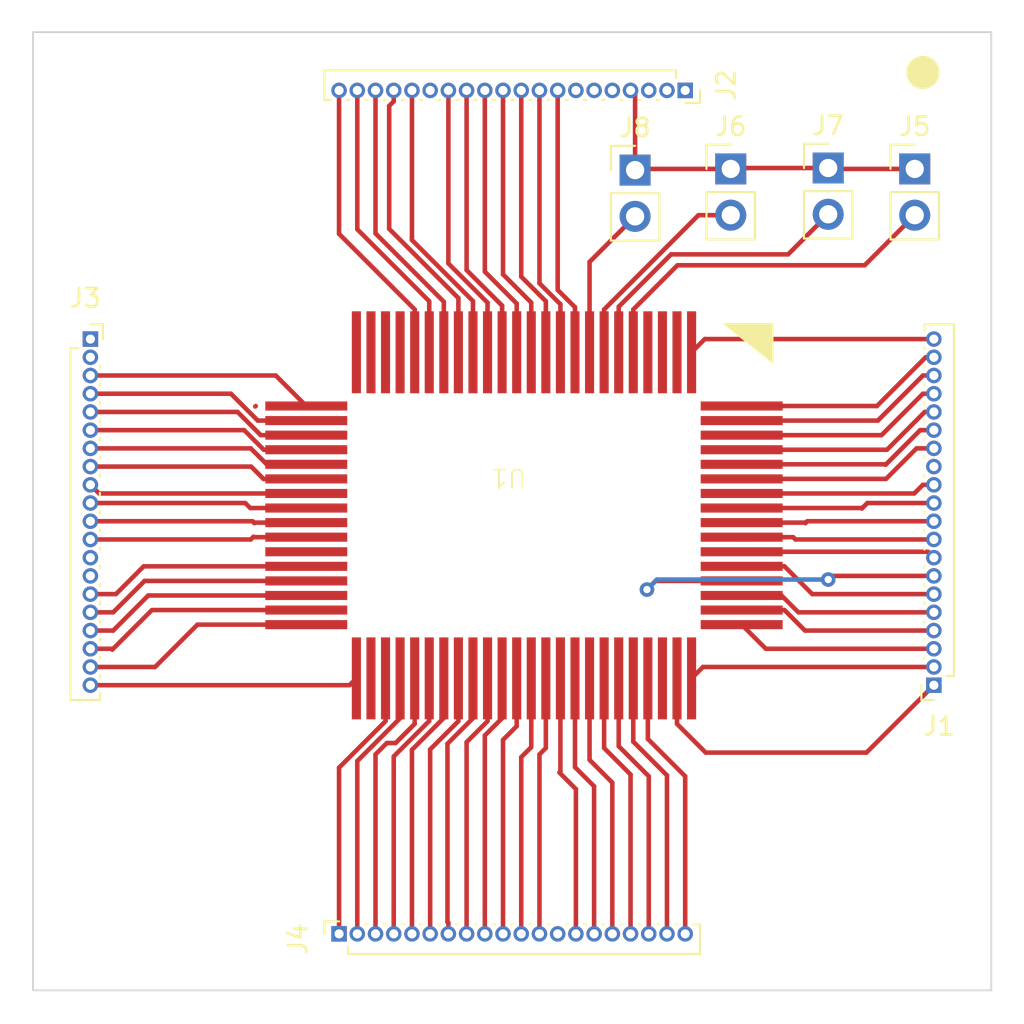
<source format=kicad_pcb>
(kicad_pcb (version 20221018) (generator pcbnew)
  (layers (0 "F.Cu" signal) (31 "B.Cu" signal) (34 "B.Paste" user) (35 "F.Paste" user) (36 "B.SilkS" user "B.Silkscreen") (37 "F.SilkS" user "F.Silkscreen") (38 "B.Mask" user) (39 "F.Mask" user) (44 "Edge.Cuts" user))
  (net 0 "")
  (net 1 "PMOS")
  (net 2 "NMOS")
  (net 3 "TX1_MUX0_SOC")
  (net 4 "RX1_MUX0_SOC")
  (net 5 "CLICK_RESET_SOC")
  (net 6 "PGM_FLASH_DATA1")
  (net 7 "PGM_FLASH_DATA2")
  (net 8 "PGM_FLASH_CS")
  (net 9 "GND")
  (net 10 "VDC")
  (net 11 "+1V8")
  (net 12 "PGM_FLASH_DATA3")
  (net 13 "PGM_FLASH_CLK")
  (net 14 "PGM_FLASH_DATA0")
  (net 15 "TX0_RXD")
  (net 16 "TX0_TXD")
  (net 17 "TX1_MUX1_SOC")
  (net 18 "RX1_MUX1_SOC")
  (net 23 "SCLK0_SOC")
  (net 24 "MISO0_SOC")
  (net 25 "MOSI0_SOC")
  (net 26 "USER_LED_SOC")
  (net 27 "BOOTSEL")
  (net 28 "CLICK_IRQ_SOC")
  (net 29 "TEST_MODE")
  (net 30 "CLICK_PWM_SOC")
  (net 31 "NB")
  (net 32 "PB")
  (net 33 "TMS")
  (net 34 "TCK")
  (net 35 "TDO")
  (net 36 "TDI")
  (net 37 "TRST")
  (net 38 "10MHZ_CLOCK_SOC")
  (net 39 "POWER_DETECT")
  (net 40 "RESET_SOC")
  (net 41 "USER_BUTTON")
  (net 42 "EL_WAKE_SOC")
  (net 43 "EL_EVENT_SOC")
  (net 44 "CAMERA_HSYNC")
  (net 45 "CAMERA_VSYNC")
  (net 46 "SCL0_SOC")
  (net 47 "SDA0_SOC")
  (net 48 "CAMERA_D5")
  (net 49 "CAMERA_D6")
  (net 50 "CAMERA_PCLK")
  (net 51 "CAMERA_D0")
  (net 52 "CAMERA_D7")
  (net 53 "CAMERA_D4")
  (net 54 "CAMERA_D2")
  (net 55 "CAMERA_MCLK")
  (net 56 "CAMERA_D3")
  (net 57 "CAMERA_D1")
  (net 58 "FPGA_LED0")
  (net 59 "EL_RESET_SOC")
  (net 60 "CS0_SOC")
  (net 61 "PLL1")
  (net 62 "PLL3")
  (net 63 "PLL2")
  (net 64 "PLL4")
  (footprint "Connector_PinSocket_1.00mm:PinSocket_1x20_P1.00mm_Vertical" (layer "F.Cu") (at 173.9 89.95 -90)
    (fp_text reference "J2" (at -0.29 -2.25 90) (layer "F.SilkS"))
    (fp_text value "Conn_01x20")
    (pad "1" thru_hole rect (at 0 0 270) (size 0.85 0.85) (drill 0.5) (layers "*.Cu" "*.Mask"))
    (pad "2" thru_hole oval (at 0 1 270) (size 0.85 0.85) (drill 0.5) (layers "*.Cu" "*.Mask"))
    (pad "3" thru_hole oval (at 0 2 270) (size 0.85 0.85) (drill 0.5) (layers "*.Cu" "*.Mask") (net 10 "VDC"))
    (pad "4" thru_hole oval (at 0 3 270) (size 0.85 0.85) (drill 0.5) (layers "*.Cu" "*.Mask") (net 9 "GND"))
    (pad "5" thru_hole oval (at 0 4 270) (size 0.85 0.85) (drill 0.5) (layers "*.Cu" "*.Mask") (net 11 "+1V8"))
    (pad "6" thru_hole oval (at 0 5 270) (size 0.85 0.85) (drill 0.5) (layers "*.Cu" "*.Mask"))
    (pad "7" thru_hole oval (at 0 6 270) (size 0.85 0.85) (drill 0.5) (layers "*.Cu" "*.Mask"))
    (pad "8" thru_hole oval (at 0 7 270) (size 0.85 0.85) (drill 0.5) (layers "*.Cu" "*.Mask") (net 23 "SCLK0_SOC"))
    (pad "9" thru_hole oval (at 0 8 270) (size 0.85 0.85) (drill 0.5) (layers "*.Cu" "*.Mask") (net 24 "MISO0_SOC"))
    (pad "10" thru_hole oval (at 0 9 270) (size 0.85 0.85) (drill 0.5) (layers "*.Cu" "*.Mask") (net 25 "MOSI0_SOC"))
    (pad "11" thru_hole oval (at 0 10 270) (size 0.85 0.85) (drill 0.5) (layers "*.Cu" "*.Mask") (net 9 "GND"))
    (pad "12" thru_hole oval (at 0 11 270) (size 0.85 0.85) (drill 0.5) (layers "*.Cu" "*.Mask") (net 9 "GND"))
    (pad "13" thru_hole oval (at 0 12 270) (size 0.85 0.85) (drill 0.5) (layers "*.Cu" "*.Mask") (net 10 "VDC"))
    (pad "14" thru_hole oval (at 0 13 270) (size 0.85 0.85) (drill 0.5) (layers "*.Cu" "*.Mask") (net 11 "+1V8"))
    (pad "15" thru_hole oval (at 0 14 270) (size 0.85 0.85) (drill 0.5) (layers "*.Cu" "*.Mask") (net 10 "VDC"))
    (pad "16" thru_hole oval (at 0 15 270) (size 0.85 0.85) (drill 0.5) (layers "*.Cu" "*.Mask") (net 26 "USER_LED_SOC"))
    (pad "17" thru_hole oval (at 0 16 270) (size 0.85 0.85) (drill 0.5) (layers "*.Cu" "*.Mask") (net 27 "BOOTSEL"))
    (pad "18" thru_hole oval (at 0 17 270) (size 0.85 0.85) (drill 0.5) (layers "*.Cu" "*.Mask") (net 28 "CLICK_IRQ_SOC"))
    (pad "19" thru_hole oval (at 0 18 270) (size 0.85 0.85) (drill 0.5) (layers "*.Cu" "*.Mask") (net 29 "TEST_MODE"))
    (pad "20" thru_hole oval (at 0 19 270) (size 0.85 0.85) (drill 0.5) (layers "*.Cu" "*.Mask") (net 30 "CLICK_PWM_SOC"))
  )
  (footprint "Connector_PinHeader_2.54mm:PinHeader_1x02_P2.54mm_Vertical" (layer "F.Cu") (at 171.15 94.325)
    (fp_text reference "J8" (at 0 -2.33) (layer "F.SilkS"))
    (fp_text value "Conn_01x02")
    (pad "1" thru_hole rect (at 0 0) (size 1.7 1.7) (drill 1) (layers "*.Cu" "*.Mask") (net 9 "GND"))
    (pad "2" thru_hole oval (at 0 2.54) (size 1.7 1.7) (drill 1) (layers "*.Cu" "*.Mask") (net 64 "PLL4"))
  )
  (footprint "CQFP80:80CQFP" (layer "F.Cu") (at 174.5 102.075 180)
    (fp_text reference "U1" (at 10.3 -9.15 180 unlocked) (layer "F.SilkS") (effects (font (thickness 0.1))))
    (fp_text value "~")
    (pad "1" smd rect (at 0.25 -2.25 180) (size 0.5 4.5) (layers "F.Cu" "F.Paste" "F.Mask") (net 18 "RX1_MUX1_SOC"))
    (pad "2" smd rect (at 1.05 -2.25 180) (size 0.5 4.5) (layers "F.Cu" "F.Paste" "F.Mask"))
    (pad "3" smd rect (at 1.85 -2.25 180) (size 0.5 4.5) (layers "F.Cu" "F.Paste" "F.Mask"))
    (pad "4" smd rect (at 2.65 -2.25 180) (size 0.5 4.5) (layers "F.Cu" "F.Paste" "F.Mask"))
    (pad "5" smd rect (at 3.45 -2.25 180) (size 0.5 4.5) (layers "F.Cu" "F.Paste" "F.Mask") (net 61 "PLL1"))
    (pad "6" smd rect (at 4.25 -2.25 180) (size 0.5 4.5) (layers "F.Cu" "F.Paste" "F.Mask") (net 63 "PLL2"))
    (pad "7" smd rect (at 5.05 -2.25 180) (size 0.5 4.5) (layers "F.Cu" "F.Paste" "F.Mask") (net 62 "PLL3"))
    (pad "8" smd rect (at 5.85 -2.25 180) (size 0.5 4.5) (layers "F.Cu" "F.Paste" "F.Mask") (net 64 "PLL4"))
    (pad "9" smd rect (at 6.65 -2.25 180) (size 0.5 4.5) (layers "F.Cu" "F.Paste" "F.Mask") (net 23 "SCLK0_SOC"))
    (pad "10" smd rect (at 7.45 -2.25 180) (size 0.5 4.5) (layers "F.Cu" "F.Paste" "F.Mask") (net 24 "MISO0_SOC"))
    (pad "11" smd rect (at 8.25 -2.25 180) (size 0.5 4.5) (layers "F.Cu" "F.Paste" "F.Mask") (net 25 "MOSI0_SOC"))
    (pad "12" smd rect (at 9.05 -2.25 180) (size 0.5 4.5) (layers "F.Cu" "F.Paste" "F.Mask") (net 9 "GND"))
    (pad "13" smd rect (at 9.85 -2.25 180) (size 0.5 4.5) (layers "F.Cu" "F.Paste" "F.Mask") (net 9 "GND"))
    (pad "14" smd rect (at 10.65 -2.25 180) (size 0.5 4.5) (layers "F.Cu" "F.Paste" "F.Mask") (net 10 "VDC"))
    (pad "15" smd rect (at 11.45 -2.25 180) (size 0.5 4.5) (layers "F.Cu" "F.Paste" "F.Mask") (net 11 "+1V8"))
    (pad "16" smd rect (at 12.25 -2.25 180) (size 0.5 4.5) (layers "F.Cu" "F.Paste" "F.Mask") (net 26 "USER_LED_SOC"))
    (pad "17" smd rect (at 13.05 -2.25 180) (size 0.5 4.5) (layers "F.Cu" "F.Paste" "F.Mask") (net 27 "BOOTSEL"))
    (pad "18" smd rect (at 13.85 -2.25 180) (size 0.5 4.5) (layers "F.Cu" "F.Paste" "F.Mask") (net 28 "CLICK_IRQ_SOC"))
    (pad "19" smd rect (at 14.65 -2.25 180) (size 0.5 4.5) (layers "F.Cu" "F.Paste" "F.Mask") (net 29 "TEST_MODE"))
    (pad "20" smd rect (at 15.45 -2.25 180) (size 0.5 4.5) (layers "F.Cu" "F.Paste" "F.Mask") (net 30 "CLICK_PWM_SOC"))
    (pad "21" smd rect (at 16.25 -2.25 180) (size 0.5 4.5) (layers "F.Cu" "F.Paste" "F.Mask"))
    (pad "22" smd rect (at 17.05 -2.25 180) (size 0.5 4.5) (layers "F.Cu" "F.Paste" "F.Mask"))
    (pad "23" smd rect (at 17.85 -2.25 180) (size 0.5 4.5) (layers "F.Cu" "F.Paste" "F.Mask"))
    (pad "24" smd rect (at 18.65 -2.25 180) (size 0.5 4.5) (layers "F.Cu" "F.Paste" "F.Mask"))
    (pad "25" smd rect (at 21.4 -5.2 180) (size 4.5 0.5) (layers "F.Cu" "F.Paste" "F.Mask") (net 33 "TMS"))
    (pad "26" smd rect (at 21.4 -6 180) (size 4.5 0.5) (layers "F.Cu" "F.Paste" "F.Mask") (net 34 "TCK"))
    (pad "27" smd rect (at 21.4 -6.8 180) (size 4.5 0.5) (layers "F.Cu" "F.Paste" "F.Mask") (net 35 "TDO"))
    (pad "28" smd rect (at 21.4 -7.6 180) (size 4.5 0.5) (layers "F.Cu" "F.Paste" "F.Mask") (net 36 "TDI"))
    (pad "29" smd rect (at 21.4 -8.4 180) (size 4.5 0.5) (layers "F.Cu" "F.Paste" "F.Mask") (net 37 "TRST"))
    (pad "30" smd rect (at 21.4 -9.2 180) (size 4.5 0.5) (layers "F.Cu" "F.Paste" "F.Mask") (net 38 "10MHZ_CLOCK_SOC"))
    (pad "31" smd rect (at 21.4 -10 180) (size 4.5 0.5) (layers "F.Cu" "F.Paste" "F.Mask") (net 9 "GND"))
    (pad "32" smd rect (at 21.4 -10.8 180) (size 4.5 0.5) (layers "F.Cu" "F.Paste" "F.Mask") (net 9 "GND"))
    (pad "33" smd rect (at 21.4 -11.6 180) (size 4.5 0.5) (layers "F.Cu" "F.Paste" "F.Mask") (net 10 "VDC"))
    (pad "34" smd rect (at 21.4 -12.4 180) (size 4.5 0.5) (layers "F.Cu" "F.Paste" "F.Mask") (net 11 "+1V8"))
    (pad "35" smd rect (at 21.4 -13.2 180) (size 4.5 0.5) (layers "F.Cu" "F.Paste" "F.Mask"))
    (pad "36" smd rect (at 21.4 -14 180) (size 4.5 0.5) (layers "F.Cu" "F.Paste" "F.Mask") (net 40 "RESET_SOC"))
    (pad "37" smd rect (at 21.4 -14.8 180) (size 4.5 0.5) (layers "F.Cu" "F.Paste" "F.Mask") (net 41 "USER_BUTTON"))
    (pad "38" smd rect (at 21.4 -15.6 180) (size 4.5 0.5) (layers "F.Cu" "F.Paste" "F.Mask") (net 42 "EL_WAKE_SOC"))
    (pad "39" smd rect (at 21.4 -16.4 180) (size 4.5 0.5) (layers "F.Cu" "F.Paste" "F.Mask") (net 43 "EL_EVENT_SOC"))
    (pad "40" smd rect (at 21.4 -17.2 180) (size 4.5 0.5) (layers "F.Cu" "F.Paste" "F.Mask") (net 44 "CAMERA_HSYNC"))
    (pad "41" smd rect (at 18.65 -20.15 180) (size 0.5 4.5) (layers "F.Cu" "F.Paste" "F.Mask") (net 45 "CAMERA_VSYNC"))
    (pad "42" smd rect (at 17.85 -20.15 180) (size 0.5 4.5) (layers "F.Cu" "F.Paste" "F.Mask"))
    (pad "43" smd rect (at 17.05 -20.15 180) (size 0.5 4.5) (layers "F.Cu" "F.Paste" "F.Mask") (net 46 "SCL0_SOC"))
    (pad "44" smd rect (at 16.25 -20.15 180) (size 0.5 4.5) (layers "F.Cu" "F.Paste" "F.Mask") (net 47 "SDA0_SOC"))
    (pad "45" smd rect (at 15.45 -20.15 180) (size 0.5 4.5) (layers "F.Cu" "F.Paste" "F.Mask") (net 48 "CAMERA_D5"))
    (pad "46" smd rect (at 14.65 -20.15 180) (size 0.5 4.5) (layers "F.Cu" "F.Paste" "F.Mask") (net 49 "CAMERA_D6"))
    (pad "47" smd rect (at 13.85 -20.15 180) (size 0.5 4.5) (layers "F.Cu" "F.Paste" "F.Mask") (net 50 "CAMERA_PCLK"))
    (pad "48" smd rect (at 13.05 -20.15 180) (size 0.5 4.5) (layers "F.Cu" "F.Paste" "F.Mask") (net 51 "CAMERA_D0"))
    (pad "49" smd rect (at 12.25 -20.15 180) (size 0.5 4.5) (layers "F.Cu" "F.Paste" "F.Mask") (net 52 "CAMERA_D7"))
    (pad "50" smd rect (at 11.45 -20.15 180) (size 0.5 4.5) (layers "F.Cu" "F.Paste" "F.Mask") (net 53 "CAMERA_D4"))
    (pad "51" smd rect (at 10.65 -20.15 180) (size 0.5 4.5) (layers "F.Cu" "F.Paste" "F.Mask") (net 9 "GND"))
    (pad "52" smd rect (at 9.85 -20.15 180) (size 0.5 4.5) (layers "F.Cu" "F.Paste" "F.Mask") (net 9 "GND"))
    (pad "53" smd rect (at 9.05 -20.15 180) (size 0.5 4.5) (layers "F.Cu" "F.Paste" "F.Mask") (net 10 "VDC"))
    (pad "54" smd rect (at 8.25 -20.15 180) (size 0.5 4.5) (layers "F.Cu" "F.Paste" "F.Mask") (net 11 "+1V8"))
    (pad "55" smd rect (at 7.45 -20.15 180) (size 0.5 4.5) (layers "F.Cu" "F.Paste" "F.Mask") (net 54 "CAMERA_D2"))
    (pad "56" smd rect (at 6.65 -20.15 180) (size 0.5 4.5) (layers "F.Cu" "F.Paste" "F.Mask") (net 55 "CAMERA_MCLK"))
    (pad "57" smd rect (at 5.85 -20.15 180) (size 0.5 4.5) (layers "F.Cu" "F.Paste" "F.Mask") (net 56 "CAMERA_D3"))
    (pad "58" smd rect (at 5.05 -20.15 180) (size 0.5 4.5) (layers "F.Cu" "F.Paste" "F.Mask") (net 57 "CAMERA_D1"))
    (pad "59" smd rect (at 4.25 -20.15 180) (size 0.5 4.5) (layers "F.Cu" "F.Paste" "F.Mask") (net 58 "FPGA_LED0"))
    (pad "60" smd rect (at 3.45 -20.15 180) (size 0.5 4.5) (layers "F.Cu" "F.Paste" "F.Mask") (net 59 "EL_RESET_SOC"))
    (pad "61" smd rect (at 2.65 -20.15 180) (size 0.5 4.5) (layers "F.Cu" "F.Paste" "F.Mask") (net 60 "CS0_SOC"))
    (pad "62" smd rect (at 1.85 -20.15 180) (size 0.5 4.5) (layers "F.Cu" "F.Paste" "F.Mask"))
    (pad "63" smd rect (at 1.05 -20.15 180) (size 0.5 4.5) (layers "F.Cu" "F.Paste" "F.Mask") (net 1 "PMOS"))
    (pad "64" smd rect (at 0.25 -20.15 180) (size 0.5 4.5) (layers "F.Cu" "F.Paste" "F.Mask") (net 2 "NMOS"))
    (pad "65" smd rect (at -2.5 -17.2 180) (size 4.5 0.5) (layers "F.Cu" "F.Paste" "F.Mask") (net 3 "TX1_MUX0_SOC"))
    (pad "66" smd rect (at -2.5 -16.4 180) (size 4.5 0.5) (layers "F.Cu" "F.Paste" "F.Mask") (net 4 "RX1_MUX0_SOC"))
    (pad "67" smd rect (at -2.5 -15.6 180) (size 4.5 0.5) (layers "F.Cu" "F.Paste" "F.Mask") (net 5 "CLICK_RESET_SOC"))
    (pad "68" smd rect (at -2.5 -14.8 180) (size 4.5 0.5) (layers "F.Cu" "F.Paste" "F.Mask") (net 7 "PGM_FLASH_DATA2"))
    (pad "69" smd rect (at -2.5 -14 180) (size 4.5 0.5) (layers "F.Cu" "F.Paste" "F.Mask") (net 6 "PGM_FLASH_DATA1"))
    (pad "70" smd rect (at -2.5 -13.2 180) (size 4.5 0.5) (layers "F.Cu" "F.Paste" "F.Mask") (net 8 "PGM_FLASH_CS"))
    (pad "71" smd rect (at -2.5 -12.4 180) (size 4.5 0.5) (layers "F.Cu" "F.Paste" "F.Mask") (net 9 "GND"))
    (pad "72" smd rect (at -2.5 -11.6 180) (size 4.5 0.5) (layers "F.Cu" "F.Paste" "F.Mask") (net 9 "GND"))
    (pad "73" smd rect (at -2.5 -10.8 180) (size 4.5 0.5) (layers "F.Cu" "F.Paste" "F.Mask") (net 10 "VDC"))
    (pad "74" smd rect (at -2.5 -10 180) (size 4.5 0.5) (layers "F.Cu" "F.Paste" "F.Mask") (net 11 "+1V8"))
    (pad "75" smd rect (at -2.5 -9.2 180) (size 4.5 0.5) (layers "F.Cu" "F.Paste" "F.Mask") (net 12 "PGM_FLASH_DATA3"))
    (pad "76" smd rect (at -2.5 -8.4 180) (size 4.5 0.5) (layers "F.Cu" "F.Paste" "F.Mask") (net 13 "PGM_FLASH_CLK"))
    (pad "77" smd rect (at -2.5 -7.6 180) (size 4.5 0.5) (layers "F.Cu" "F.Paste" "F.Mask") (net 14 "PGM_FLASH_DATA0"))
    (pad "78" smd rect (at -2.5 -6.8 180) (size 4.5 0.5) (layers "F.Cu" "F.Paste" "F.Mask") (net 15 "TX0_RXD"))
    (pad "79" smd rect (at -2.5 -6 180) (size 4.5 0.5) (layers "F.Cu" "F.Paste" "F.Mask") (net 16 "TX0_TXD"))
    (pad "80" smd rect (at -2.5 -5.2 180) (size 4.5 0.5) (layers "F.Cu" "F.Paste" "F.Mask") (net 17 "TX1_MUX1_SOC"))
  )
  (footprint "Connector_PinHeader_2.54mm:PinHeader_1x02_P2.54mm_Vertical" (layer "F.Cu") (at 176.4 94.26)
    (fp_text reference "J6" (at 0 -2.33) (layer "F.SilkS"))
    (fp_text value "Conn_01x02")
    (pad "1" thru_hole rect (at 0 0) (size 1.7 1.7) (drill 1) (layers "*.Cu" "*.Mask") (net 9 "GND"))
    (pad "2" thru_hole oval (at 0 2.54) (size 1.7 1.7) (drill 1) (layers "*.Cu" "*.Mask") (net 62 "PLL3"))
  )
  (footprint "Connector_PinSocket_1.00mm:PinSocket_1x20_P1.00mm_Vertical" (layer "F.Cu") (at 154.9 136.25 90)
    (fp_text reference "J4" (at -0.29 -2.25 90) (layer "F.SilkS"))
    (fp_text value "Conn_01x20")
    (pad "1" thru_hole rect (at 0 0 90) (size 0.85 0.85) (drill 0.5) (layers "*.Cu" "*.Mask") (net 46 "SCL0_SOC"))
    (pad "2" thru_hole oval (at 0 1 90) (size 0.85 0.85) (drill 0.5) (layers "*.Cu" "*.Mask") (net 47 "SDA0_SOC"))
    (pad "3" thru_hole oval (at 0 2 90) (size 0.85 0.85) (drill 0.5) (layers "*.Cu" "*.Mask") (net 48 "CAMERA_D5"))
    (pad "4" thru_hole oval (at 0 3 90) (size 0.85 0.85) (drill 0.5) (layers "*.Cu" "*.Mask") (net 49 "CAMERA_D6"))
    (pad "5" thru_hole oval (at 0 4 90) (size 0.85 0.85) (drill 0.5) (layers "*.Cu" "*.Mask") (net 50 "CAMERA_PCLK"))
    (pad "6" thru_hole oval (at 0 5 90) (size 0.85 0.85) (drill 0.5) (layers "*.Cu" "*.Mask") (net 51 "CAMERA_D0"))
    (pad "7" thru_hole oval (at 0 6 90) (size 0.85 0.85) (drill 0.5) (layers "*.Cu" "*.Mask") (net 52 "CAMERA_D7"))
    (pad "8" thru_hole oval (at 0 7 90) (size 0.85 0.85) (drill 0.5) (layers "*.Cu" "*.Mask") (net 53 "CAMERA_D4"))
    (pad "9" thru_hole oval (at 0 8 90) (size 0.85 0.85) (drill 0.5) (layers "*.Cu" "*.Mask") (net 9 "GND"))
    (pad "10" thru_hole oval (at 0 9 90) (size 0.85 0.85) (drill 0.5) (layers "*.Cu" "*.Mask") (net 9 "GND"))
    (pad "11" thru_hole oval (at 0 10 90) (size 0.85 0.85) (drill 0.5) (layers "*.Cu" "*.Mask") (net 10 "VDC"))
    (pad "12" thru_hole oval (at 0 11 90) (size 0.85 0.85) (drill 0.5) (layers "*.Cu" "*.Mask") (net 11 "+1V8"))
    (pad "13" thru_hole oval (at 0 12 90) (size 0.85 0.85) (drill 0.5) (layers "*.Cu" "*.Mask") (net 10 "VDC"))
    (pad "14" thru_hole oval (at 0 13 90) (size 0.85 0.85) (drill 0.5) (layers "*.Cu" "*.Mask") (net 54 "CAMERA_D2"))
    (pad "15" thru_hole oval (at 0 14 90) (size 0.85 0.85) (drill 0.5) (layers "*.Cu" "*.Mask") (net 55 "CAMERA_MCLK"))
    (pad "16" thru_hole oval (at 0 15 90) (size 0.85 0.85) (drill 0.5) (layers "*.Cu" "*.Mask") (net 56 "CAMERA_D3"))
    (pad "17" thru_hole oval (at 0 16 90) (size 0.85 0.85) (drill 0.5) (layers "*.Cu" "*.Mask") (net 57 "CAMERA_D1"))
    (pad "18" thru_hole oval (at 0 17 90) (size 0.85 0.85) (drill 0.5) (layers "*.Cu" "*.Mask") (net 58 "FPGA_LED0"))
    (pad "19" thru_hole oval (at 0 18 90) (size 0.85 0.85) (drill 0.5) (layers "*.Cu" "*.Mask") (net 59 "EL_RESET_SOC"))
    (pad "20" thru_hole oval (at 0 19 90) (size 0.85 0.85) (drill 0.5) (layers "*.Cu" "*.Mask") (net 60 "CS0_SOC"))
  )
  (footprint "Connector_PinSocket_1.00mm:PinSocket_1x20_P1.00mm_Vertical" (layer "F.Cu") (at 187.55 122.6 180)
    (fp_text reference "J1" (at -0.29 -2.25) (layer "F.SilkS"))
    (fp_text value "Conn_01x20")
    (pad "1" thru_hole rect (at 0 0 180) (size 0.85 0.85) (drill 0.5) (layers "*.Cu" "*.Mask") (net 1 "PMOS"))
    (pad "2" thru_hole oval (at 0 1 180) (size 0.85 0.85) (drill 0.5) (layers "*.Cu" "*.Mask") (net 2 "NMOS"))
    (pad "3" thru_hole oval (at 0 2 180) (size 0.85 0.85) (drill 0.5) (layers "*.Cu" "*.Mask") (net 3 "TX1_MUX0_SOC"))
    (pad "4" thru_hole oval (at 0 3 180) (size 0.85 0.85) (drill 0.5) (layers "*.Cu" "*.Mask") (net 4 "RX1_MUX0_SOC"))
    (pad "5" thru_hole oval (at 0 4 180) (size 0.85 0.85) (drill 0.5) (layers "*.Cu" "*.Mask") (net 5 "CLICK_RESET_SOC"))
    (pad "6" thru_hole oval (at 0 5 180) (size 0.85 0.85) (drill 0.5) (layers "*.Cu" "*.Mask") (net 6 "PGM_FLASH_DATA1"))
    (pad "7" thru_hole oval (at 0 6 180) (size 0.85 0.85) (drill 0.5) (layers "*.Cu" "*.Mask") (net 7 "PGM_FLASH_DATA2"))
    (pad "8" thru_hole oval (at 0 7 180) (size 0.85 0.85) (drill 0.5) (layers "*.Cu" "*.Mask") (net 8 "PGM_FLASH_CS"))
    (pad "9" thru_hole oval (at 0 8 180) (size 0.85 0.85) (drill 0.5) (layers "*.Cu" "*.Mask") (net 9 "GND"))
    (pad "10" thru_hole oval (at 0 9 180) (size 0.85 0.85) (drill 0.5) (layers "*.Cu" "*.Mask") (net 9 "GND"))
    (pad "11" thru_hole oval (at 0 10 180) (size 0.85 0.85) (drill 0.5) (layers "*.Cu" "*.Mask") (net 10 "VDC"))
    (pad "12" thru_hole oval (at 0 11 180) (size 0.85 0.85) (drill 0.5) (layers "*.Cu" "*.Mask") (net 11 "+1V8"))
    (pad "13" thru_hole oval (at 0 12 180) (size 0.85 0.85) (drill 0.5) (layers "*.Cu" "*.Mask") (net 10 "VDC"))
    (pad "14" thru_hole oval (at 0 13 180) (size 0.85 0.85) (drill 0.5) (layers "*.Cu" "*.Mask") (net 12 "PGM_FLASH_DATA3"))
    (pad "15" thru_hole oval (at 0 14 180) (size 0.85 0.85) (drill 0.5) (layers "*.Cu" "*.Mask") (net 13 "PGM_FLASH_CLK"))
    (pad "16" thru_hole oval (at 0 15 180) (size 0.85 0.85) (drill 0.5) (layers "*.Cu" "*.Mask") (net 14 "PGM_FLASH_DATA0"))
    (pad "17" thru_hole oval (at 0 16 180) (size 0.85 0.85) (drill 0.5) (layers "*.Cu" "*.Mask") (net 15 "TX0_RXD"))
    (pad "18" thru_hole oval (at 0 17 180) (size 0.85 0.85) (drill 0.5) (layers "*.Cu" "*.Mask") (net 16 "TX0_TXD"))
    (pad "19" thru_hole oval (at 0 18 180) (size 0.85 0.85) (drill 0.5) (layers "*.Cu" "*.Mask") (net 17 "TX1_MUX1_SOC"))
    (pad "20" thru_hole oval (at 0 19 180) (size 0.85 0.85) (drill 0.5) (layers "*.Cu" "*.Mask") (net 18 "RX1_MUX1_SOC"))
  )
  (footprint "Connector_PinHeader_2.54mm:PinHeader_1x02_P2.54mm_Vertical" (layer "F.Cu") (at 186.5 94.26)
    (fp_text reference "J5" (at 0 -2.33) (layer "F.SilkS"))
    (fp_text value "Conn_01x02")
    (pad "1" thru_hole rect (at 0 0) (size 1.7 1.7) (drill 1) (layers "*.Cu" "*.Mask") (net 9 "GND"))
    (pad "2" thru_hole oval (at 0 2.54) (size 1.7 1.7) (drill 1) (layers "*.Cu" "*.Mask") (net 61 "PLL1"))
  )
  (footprint "Connector_PinHeader_2.54mm:PinHeader_1x02_P2.54mm_Vertical" (layer "F.Cu") (at 181.75 94.21)
    (fp_text reference "J7" (at 0 -2.33) (layer "F.SilkS"))
    (fp_text value "Conn_01x02")
    (pad "1" thru_hole rect (at 0 0) (size 1.7 1.7) (drill 1) (layers "*.Cu" "*.Mask") (net 9 "GND"))
    (pad "2" thru_hole oval (at 0 2.54) (size 1.7 1.7) (drill 1) (layers "*.Cu" "*.Mask") (net 63 "PLL2"))
  )
  (footprint "Connector_PinSocket_1.00mm:PinSocket_1x20_P1.00mm_Vertical" (layer "F.Cu") (at 141.25 103.6)
    (fp_text reference "J3" (at -0.29 -2.25) (layer "F.SilkS"))
    (fp_text value "Conn_01x20")
    (pad "1" thru_hole rect (at 0 0) (size 0.85 0.85) (drill 0.5) (layers "*.Cu" "*.Mask") (net 31 "NB"))
    (pad "2" thru_hole oval (at 0 1) (size 0.85 0.85) (drill 0.5) (layers "*.Cu" "*.Mask") (net 32 "PB"))
    (pad "3" thru_hole oval (at 0 2) (size 0.85 0.85) (drill 0.5) (layers "*.Cu" "*.Mask") (net 33 "TMS"))
    (pad "4" thru_hole oval (at 0 3) (size 0.85 0.85) (drill 0.5) (layers "*.Cu" "*.Mask") (net 34 "TCK"))
    (pad "5" thru_hole oval (at 0 4) (size 0.85 0.85) (drill 0.5) (layers "*.Cu" "*.Mask") (net 35 "TDO"))
    (pad "6" thru_hole oval (at 0 5) (size 0.85 0.85) (drill 0.5) (layers "*.Cu" "*.Mask") (net 36 "TDI"))
    (pad "7" thru_hole oval (at 0 6) (size 0.85 0.85) (drill 0.5) (layers "*.Cu" "*.Mask") (net 37 "TRST"))
    (pad "8" thru_hole oval (at 0 7) (size 0.85 0.85) (drill 0.5) (layers "*.Cu" "*.Mask") (net 38 "10MHZ_CLOCK_SOC"))
    (pad "9" thru_hole oval (at 0 8) (size 0.85 0.85) (drill 0.5) (layers "*.Cu" "*.Mask") (net 9 "GND"))
    (pad "10" thru_hole oval (at 0 9) (size 0.85 0.85) (drill 0.5) (layers "*.Cu" "*.Mask") (net 9 "GND"))
    (pad "11" thru_hole oval (at 0 10) (size 0.85 0.85) (drill 0.5) (layers "*.Cu" "*.Mask") (net 10 "VDC"))
    (pad "12" thru_hole oval (at 0 11) (size 0.85 0.85) (drill 0.5) (layers "*.Cu" "*.Mask") (net 11 "+1V8"))
    (pad "13" thru_hole oval (at 0 12) (size 0.85 0.85) (drill 0.5) (layers "*.Cu" "*.Mask") (net 10 "VDC"))
    (pad "14" thru_hole oval (at 0 13) (size 0.85 0.85) (drill 0.5) (layers "*.Cu" "*.Mask") (net 39 "POWER_DETECT"))
    (pad "15" thru_hole oval (at 0 14) (size 0.85 0.85) (drill 0.5) (layers "*.Cu" "*.Mask") (net 40 "RESET_SOC"))
    (pad "16" thru_hole oval (at 0 15) (size 0.85 0.85) (drill 0.5) (layers "*.Cu" "*.Mask") (net 41 "USER_BUTTON"))
    (pad "17" thru_hole oval (at 0 16) (size 0.85 0.85) (drill 0.5) (layers "*.Cu" "*.Mask") (net 42 "EL_WAKE_SOC"))
    (pad "18" thru_hole oval (at 0 17) (size 0.85 0.85) (drill 0.5) (layers "*.Cu" "*.Mask") (net 43 "EL_EVENT_SOC"))
    (pad "19" thru_hole oval (at 0 18) (size 0.85 0.85) (drill 0.5) (layers "*.Cu" "*.Mask") (net 44 "CAMERA_HSYNC"))
    (pad "20" thru_hole oval (at 0 19) (size 0.85 0.85) (drill 0.5) (layers "*.Cu" "*.Mask") (net 45 "CAMERA_VSYNC"))
  )
  (gr_circle (center 186.95 88.961848) (end 187.788153 88.961848) (stroke (width 0.15)) (fill solid) (layer "F.SilkS"))
  (gr_rect (start 138.1 86.75) (end 190.7 139.35) (stroke (width 0.1)) (fill none) (layer "Edge.Cuts"))
  (segment (start 173.45 124.725) (end 173.45 122.225) (width 0.25) (layer "F.Cu") (net 1))
  (segment (start 175.025 126.3) (end 173.45 124.725) (width 0.25) (layer "F.Cu") (net 1))
  (segment (start 187.55 122.6) (end 183.85 126.3) (width 0.25) (layer "F.Cu") (net 1))
  (segment (start 183.85 126.3) (end 175.025 126.3) (width 0.25) (layer "F.Cu") (net 1))
  (segment (start 174.875 121.6) (end 174.25 122.225) (width 0.25) (layer "F.Cu") (net 2))
  (segment (start 187.55 121.6) (end 174.875 121.6) (width 0.25) (layer "F.Cu") (net 2))
  (segment (start 187.55 120.6) (end 178.325 120.6) (width 0.25) (layer "F.Cu") (net 3))
  (segment (start 178.325 120.6) (end 177 119.275) (width 0.25) (layer "F.Cu") (net 3))
  (segment (start 180.475 119.6) (end 179.35 118.475) (width 0.25) (layer "F.Cu") (net 4))
  (segment (start 187.55 119.6) (end 180.475 119.6) (width 0.25) (layer "F.Cu") (net 4))
  (segment (start 179.35 118.475) (end 177 118.475) (width 0.25) (layer "F.Cu") (net 4))
  (segment (start 180.111396 118.6) (end 179.186396 117.675) (width 0.25) (layer "F.Cu") (net 5))
  (segment (start 187.55 118.6) (end 180.111396 118.6) (width 0.25) (layer "F.Cu") (net 5))
  (segment (start 179.186396 117.675) (end 177 117.675) (width 0.25) (layer "F.Cu") (net 5))
  (segment (start 187.55 117.6) (end 180.875 117.6) (width 0.25) (layer "F.Cu") (net 6))
  (segment (start 180.875 117.6) (end 179.35 116.075) (width 0.25) (layer "F.Cu") (net 6))
  (segment (start 179.35 116.075) (end 177 116.075) (width 0.25) (layer "F.Cu") (net 6))
  (segment (start 172.275 116.875) (end 177 116.875) (width 0.25) (layer "F.Cu") (net 7))
  (segment (start 181.95 116.6) (end 181.75 116.8) (width 0.25) (layer "F.Cu") (net 7))
  (segment (start 171.8 117.35) (end 172.275 116.875) (width 0.25) (layer "F.Cu") (net 7))
  (segment (start 187.55 116.6) (end 181.95 116.6) (width 0.25) (layer "F.Cu") (net 7))
  (via (at 171.8 117.35) (size 0.8) (drill 0.4) (layers "F.Cu" "B.Cu") (net 7))
  (via (at 181.75 116.8) (size 0.8) (drill 0.4) (layers "F.Cu" "B.Cu") (net 7))
  (segment (start 181.75 116.8) (end 172.35 116.8) (width 0.25) (layer "B.Cu") (net 7))
  (segment (start 172.35 116.8) (end 171.8 117.35) (width 0.25) (layer "B.Cu") (net 7))
  (segment (start 187.55 115.6) (end 187.225 115.275) (width 0.25) (layer "F.Cu") (net 8))
  (segment (start 187.225 115.275) (end 177 115.275) (width 0.25) (layer "F.Cu") (net 8))
  (segment (start 163.85 124.411396) (end 163.85 122.225) (width 0.25) (layer "F.Cu") (net 9))
  (segment (start 181.8 94.26) (end 181.75 94.21) (width 0.25) (layer "F.Cu") (net 9))
  (segment (start 141.25 111.6) (end 141.725 112.075) (width 0.25) (layer "F.Cu") (net 9))
  (segment (start 179.95 114.6) (end 179.825 114.475) (width 0.25) (layer "F.Cu") (net 9))
  (segment (start 163.9 100.05) (end 165.45 101.6) (width 0.25) (layer "F.Cu") (net 9))
  (segment (start 181.75 94.21) (end 176.45 94.21) (width 0.25) (layer "F.Cu") (net 9))
  (segment (start 163.9 125.6) (end 164.65 124.85) (width 0.25) (layer "F.Cu") (net 9))
  (segment (start 187.55 113.6) (end 180.6 113.6) (width 0.25) (layer "F.Cu") (net 9))
  (segment (start 171.15 90.2) (end 170.9 89.95) (width 0.25) (layer "F.Cu") (net 9))
  (segment (start 165.45 101.6) (end 165.45 104.325) (width 0.25) (layer "F.Cu") (net 9))
  (segment (start 141.725 112.075) (end 153.1 112.075) (width 0.25) (layer "F.Cu") (net 9))
  (segment (start 187.55 114.6) (end 179.95 114.6) (width 0.25) (layer "F.Cu") (net 9))
  (segment (start 141.25 112.6) (end 149.75 112.6) (width 0.25) (layer "F.Cu") (net 9))
  (segment (start 177.075 113.6) (end 177 113.675) (width 0.25) (layer "F.Cu") (net 9))
  (segment (start 162.9 136.25) (end 162.9 125.361396) (width 0.25) (layer "F.Cu") (net 9))
  (segment (start 162.9 99.9) (end 164.65 101.65) (width 0.25) (layer "F.Cu") (net 9))
  (segment (start 162.9 125.361396) (end 163.85 124.411396) (width 0.25) (layer "F.Cu") (net 9))
  (segment (start 164.65 124.85) (end 164.65 122.225) (width 0.25) (layer "F.Cu") (net 9))
  (segment (start 176.4 94.26) (end 171.215 94.26) (width 0.25) (layer "F.Cu") (net 9))
  (segment (start 149.75 112.6) (end 150.025 112.875) (width 0.25) (layer "F.Cu") (net 9))
  (segment (start 164.65 101.65) (end 164.65 104.325) (width 0.25) (layer "F.Cu") (net 9))
  (segment (start 180.5 113.7) (end 180.475 113.675) (width 0.25) (layer "F.Cu") (net 9))
  (segment (start 171.15 94.325) (end 171.15 90.2) (width 0.25) (layer "F.Cu") (net 9))
  (segment (start 150.025 112.875) (end 153.1 112.875) (width 0.25) (layer "F.Cu") (net 9))
  (segment (start 171.215 94.26) (end 171.15 94.325) (width 0.25) (layer "F.Cu") (net 9))
  (segment (start 180.6 113.6) (end 180.5 113.7) (width 0.25) (layer "F.Cu") (net 9))
  (segment (start 163.9 136.25) (end 163.9 125.6) (width 0.25) (layer "F.Cu") (net 9))
  (segment (start 180.475 113.675) (end 177 113.675) (width 0.25) (layer "F.Cu") (net 9))
  (segment (start 176.45 94.21) (end 176.4 94.26) (width 0.25) (layer "F.Cu") (net 9))
  (segment (start 179.825 114.475) (end 177 114.475) (width 0.25) (layer "F.Cu") (net 9))
  (segment (start 186.5 94.26) (end 181.8 94.26) (width 0.25) (layer "F.Cu") (net 9))
  (segment (start 162.9 89.95) (end 162.9 99.9) (width 0.25) (layer "F.Cu") (net 9))
  (segment (start 163.9 89.95) (end 163.9 100.05) (width 0.25) (layer "F.Cu") (net 9))
  (segment (start 177.125 114.6) (end 177 114.475) (width 0.25) (layer "F.Cu") (net 9))
  (segment (start 164.9 136.25) (end 164.9 126.55) (width 0.25) (layer "F.Cu") (net 10))
  (segment (start 187.55 112.6) (end 183.9 112.6) (width 0.25) (layer "F.Cu") (net 10))
  (segment (start 183.575 112.875) (end 177 112.875) (width 0.25) (layer "F.Cu") (net 10))
  (segment (start 150.25 113.7) (end 150.275 113.675) (width 0.25) (layer "F.Cu") (net 10))
  (segment (start 141.25 113.6) (end 150.15 113.6) (width 0.25) (layer "F.Cu") (net 10))
  (segment (start 164.9 126.55) (end 165.45 126) (width 0.25) (layer "F.Cu") (net 10))
  (segment (start 165.45 126) (end 165.45 122.225) (width 0.25) (layer "F.Cu") (net 10))
  (segment (start 183.9 112.6) (end 183.6 112.9) (width 0.25) (layer "F.Cu") (net 10))
  (segment (start 150.275 113.675) (end 153.1 113.675) (width 0.25) (layer "F.Cu") (net 10))
  (segment (start 150.15 113.6) (end 150.25 113.7) (width 0.25) (layer "F.Cu") (net 10))
  (segment (start 161.9 99.813604) (end 163.85 101.763604) (width 0.25) (layer "F.Cu") (net 10))
  (segment (start 163.85 101.763604) (end 163.85 104.325) (width 0.25) (layer "F.Cu") (net 10))
  (segment (start 161.9 89.95) (end 161.9 99.813604) (width 0.25) (layer "F.Cu") (net 10))
  (segment (start 183.6 112.9) (end 183.575 112.875) (width 0.25) (layer "F.Cu") (net 10))
  (segment (start 160.9 89.95) (end 160.9 99.45) (width 0.25) (layer "F.Cu") (net 11))
  (segment (start 165.9 126.4) (end 166.25 126.05) (width 0.25) (layer "F.Cu") (net 11))
  (segment (start 141.25 114.6) (end 150.05 114.6) (width 0.25) (layer "F.Cu") (net 11))
  (segment (start 186.47396 112.075) (end 177 112.075) (width 0.25) (layer "F.Cu") (net 11))
  (segment (start 150.2 114.45) (end 150.225 114.475) (width 0.25) (layer "F.Cu") (net 11))
  (segment (start 163.05 101.6) (end 163.05 104.325) (width 0.25) (layer "F.Cu") (net 11))
  (segment (start 150.05 114.6) (end 150.2 114.45) (width 0.25) (layer "F.Cu") (net 11))
  (segment (start 150.225 114.475) (end 153.1 114.475) (width 0.25) (layer "F.Cu") (net 11))
  (segment (start 166.25 126.05) (end 166.25 122.225) (width 0.25) (layer "F.Cu") (net 11))
  (segment (start 187.55 111.6) (end 186.94896 111.6) (width 0.25) (layer "F.Cu") (net 11))
  (segment (start 186.94896 111.6) (end 186.47396 112.075) (width 0.25) (layer "F.Cu") (net 11))
  (segment (start 160.9 99.45) (end 163.05 101.6) (width 0.25) (layer "F.Cu") (net 11))
  (segment (start 165.9 136.25) (end 165.9 126.4) (width 0.25) (layer "F.Cu") (net 11))
  (segment (start 184.925 111.275) (end 177 111.275) (width 0.25) (layer "F.Cu") (net 12))
  (segment (start 186.6 109.6) (end 184.925 111.275) (width 0.25) (layer "F.Cu") (net 12))
  (segment (start 187.55 109.6) (end 186.6 109.6) (width 0.25) (layer "F.Cu") (net 12))
  (segment (start 186.8 108.6) (end 184.9 110.5) (width 0.25) (layer "F.Cu") (net 13))
  (segment (start 184.875 110.475) (end 177 110.475) (width 0.25) (layer "F.Cu") (net 13))
  (segment (start 187.55 108.6) (end 186.8 108.6) (width 0.25) (layer "F.Cu") (net 13))
  (segment (start 184.9 110.5) (end 184.875 110.475) (width 0.25) (layer "F.Cu") (net 13))
  (segment (start 187.05 107.6) (end 184.975 109.675) (width 0.25) (layer "F.Cu") (net 14))
  (segment (start 187.55 107.6) (end 187.05 107.6) (width 0.25) (layer "F.Cu") (net 14))
  (segment (start 184.975 109.675) (end 177 109.675) (width 0.25) (layer "F.Cu") (net 14))
  (segment (start 184.67396 108.875) (end 177 108.875) (width 0.25) (layer "F.Cu") (net 15))
  (segment (start 186.94896 106.6) (end 184.67396 108.875) (width 0.25) (layer "F.Cu") (net 15))
  (segment (start 187.55 106.6) (end 186.94896 106.6) (width 0.25) (layer "F.Cu") (net 15))
  (segment (start 187.55 105.6) (end 186.95 105.6) (width 0.25) (layer "F.Cu") (net 16))
  (segment (start 186.95 105.6) (end 184.475 108.075) (width 0.25) (layer "F.Cu") (net 16))
  (segment (start 184.475 108.075) (end 177 108.075) (width 0.25) (layer "F.Cu") (net 16))
  (segment (start 187.55 104.6) (end 187.1 104.6) (width 0.25) (layer "F.Cu") (net 17))
  (segment (start 184.425 107.275) (end 177 107.275) (width 0.25) (layer "F.Cu") (net 17))
  (segment (start 187.1 104.6) (end 184.425 107.275) (width 0.25) (layer "F.Cu") (net 17))
  (segment (start 187.55 103.6) (end 174.975 103.6) (width 0.25) (layer "F.Cu") (net 18))
  (segment (start 174.975 103.6) (end 174.25 104.325) (width 0.25) (layer "F.Cu") (net 18))
  (segment (start 166.9 89.95) (end 166.9 100.902208) (width 0.25) (layer "F.Cu") (net 23))
  (segment (start 166.9 100.902208) (end 167.85 101.852208) (width 0.25) (layer "F.Cu") (net 23))
  (segment (start 167.85 101.852208) (end 167.85 104.325) (width 0.25) (layer "F.Cu") (net 23))
  (segment (start 165.9 89.95) (end 165.9 100.538604) (width 0.25) (layer "F.Cu") (net 24))
  (segment (start 167.05 101.688604) (end 167.05 104.325) (width 0.25) (layer "F.Cu") (net 24))
  (segment (start 165.9 100.538604) (end 167.05 101.688604) (width 0.25) (layer "F.Cu") (net 24))
  (segment (start 166.25 101.525) (end 166.25 104.325) (width 0.25) (layer "F.Cu") (net 25))
  (segment (start 164.9 89.95) (end 164.9 100.175) (width 0.25) (layer "F.Cu") (net 25))
  (segment (start 164.9 100.175) (end 166.25 101.525) (width 0.25) (layer "F.Cu") (net 25))
  (segment (start 158.9 98.163604) (end 162.25 101.513604) (width 0.25) (layer "F.Cu") (net 26))
  (segment (start 158.9 89.95) (end 158.9 98.163604) (width 0.25) (layer "F.Cu") (net 26))
  (segment (start 162.25 101.513604) (end 162.25 104.325) (width 0.25) (layer "F.Cu") (net 26))
  (segment (start 157.9 89.95) (end 157.9 90.55104) (width 0.25) (layer "F.Cu") (net 27))
  (segment (start 157.65 90.80104) (end 157.65 97.55) (width 0.25) (layer "F.Cu") (net 27))
  (segment (start 157.65 97.55) (end 161.45 101.35) (width 0.25) (layer "F.Cu") (net 27))
  (segment (start 161.45 101.35) (end 161.45 104.325) (width 0.25) (layer "F.Cu") (net 27))
  (segment (start 157.9 90.55104) (end 157.65 90.80104) (width 0.25) (layer "F.Cu") (net 27))
  (segment (start 156.9 97.8) (end 160.65 101.55) (width 0.25) (layer "F.Cu") (net 28))
  (segment (start 160.65 101.55) (end 160.65 104.325) (width 0.25) (layer "F.Cu") (net 28))
  (segment (start 156.9 89.95) (end 156.9 97.8) (width 0.25) (layer "F.Cu") (net 28))
  (segment (start 159.85 101.525) (end 159.85 104.325) (width 0.25) (layer "F.Cu") (net 29))
  (segment (start 155.9 89.95) (end 155.9 97.575) (width 0.25) (layer "F.Cu") (net 29))
  (segment (start 155.9 97.575) (end 159.85 101.525) (width 0.25) (layer "F.Cu") (net 29))
  (segment (start 154.9 97.825) (end 159.05 101.975) (width 0.25) (layer "F.Cu") (net 30))
  (segment (start 154.9 89.95) (end 154.9 97.825) (width 0.25) (layer "F.Cu") (net 30))
  (segment (start 159.05 101.975) (end 159.05 104.325) (width 0.25) (layer "F.Cu") (net 30))
  (segment (start 141.25 105.6) (end 151.425 105.6) (width 0.25) (layer "F.Cu") (net 33))
  (segment (start 150.3 107.3) (end 150.325 107.275) (width 0.25) (layer "F.Cu") (net 33))
  (segment (start 151.425 105.6) (end 153.1 107.275) (width 0.25) (layer "F.Cu") (net 33))
  (segment (start 141.25 106.6) (end 148.963604 106.6) (width 0.25) (layer "F.Cu") (net 34))
  (segment (start 148.963604 106.6) (end 150.438604 108.075) (width 0.25) (layer "F.Cu") (net 34))
  (segment (start 150.438604 108.075) (end 153.1 108.075) (width 0.25) (layer "F.Cu") (net 34))
  (segment (start 149.327208 107.6) (end 150.602208 108.875) (width 0.25) (layer "F.Cu") (net 35))
  (segment (start 141.25 107.6) (end 149.327208 107.6) (width 0.25) (layer "F.Cu") (net 35))
  (segment (start 150.602208 108.875) (end 153.1 108.875) (width 0.25) (layer "F.Cu") (net 35))
  (segment (start 141.25 108.6) (end 149.690812 108.6) (width 0.25) (layer "F.Cu") (net 36))
  (segment (start 149.690812 108.6) (end 150.765812 109.675) (width 0.25) (layer "F.Cu") (net 36))
  (segment (start 150.765812 109.675) (end 153.1 109.675) (width 0.25) (layer "F.Cu") (net 36))
  (segment (start 150.929416 110.475) (end 153.1 110.475) (width 0.25) (layer "F.Cu") (net 37))
  (segment (start 141.25 109.6) (end 150.054416 109.6) (width 0.25) (layer "F.Cu") (net 37))
  (segment (start 150.054416 109.6) (end 150.929416 110.475) (width 0.25) (layer "F.Cu") (net 37))
  (segment (start 141.25 110.6) (end 150.075 110.6) (width 0.25) (layer "F.Cu") (net 38))
  (segment (start 150.75 111.275) (end 153.1 111.275) (width 0.25) (layer "F.Cu") (net 38))
  (segment (start 150.075 110.6) (end 150.75 111.275) (width 0.25) (layer "F.Cu") (net 38))
  (segment (start 142.65 117.6) (end 144.175 116.075) (width 0.25) (layer "F.Cu") (net 40))
  (segment (start 144.175 116.075) (end 153.1 116.075) (width 0.25) (layer "F.Cu") (net 40))
  (segment (start 141.25 117.6) (end 142.65 117.6) (width 0.25) (layer "F.Cu") (net 40))
  (segment (start 144.225 116.875) (end 153.1 116.875) (width 0.25) (layer "F.Cu") (net 41))
  (segment (start 141.25 118.6) (end 142.5 118.6) (width 0.25) (layer "F.Cu") (net 41))
  (segment (start 142.5 118.6) (end 144.225 116.875) (width 0.25) (layer "F.Cu") (net 41))
  (segment (start 144.425 117.675) (end 153.1 117.675) (width 0.25) (layer "F.Cu") (net 42))
  (segment (start 141.25 119.6) (end 142.5 119.6) (width 0.25) (layer "F.Cu") (net 42))
  (segment (start 142.5 119.6) (end 144.425 117.675) (width 0.25) (layer "F.Cu") (net 42))
  (segment (start 144.625 118.475) (end 153.1 118.475) (width 0.25) (layer "F.Cu") (net 43))
  (segment (start 141.25 120.6) (end 142.45 120.6) (width 0.25) (layer "F.Cu") (net 43))
  (segment (start 142.45 120.65) (end 144.6 118.5) (width 0.25) (layer "F.Cu") (net 43))
  (segment (start 141.25 121.6) (end 144.8 121.6) (width 0.25) (layer "F.Cu") (net 44))
  (segment (start 147.125 119.275) (end 153.1 119.275) (width 0.25) (layer "F.Cu") (net 44))
  (segment (start 144.8 121.6) (end 147.125 119.275) (width 0.25) (layer "F.Cu") (net 44))
  (segment (start 141.25 122.6) (end 155.475 122.6) (width 0.25) (layer "F.Cu") (net 45))
  (segment (start 155.475 122.6) (end 155.85 122.225) (width 0.25) (layer "F.Cu") (net 45))
  (segment (start 154.9 136.25) (end 154.9 127.125) (width 0.25) (layer "F.Cu") (net 46))
  (segment (start 154.9 127.125) (end 157.45 124.575) (width 0.25) (layer "F.Cu") (net 46))
  (segment (start 157.45 124.575) (end 157.45 122.225) (width 0.25) (layer "F.Cu") (net 46))
  (segment (start 155.9 126.761396) (end 158.25 124.411396) (width 0.25) (layer "F.Cu") (net 47))
  (segment (start 155.9 136.25) (end 155.9 126.761396) (width 0.25) (layer "F.Cu") (net 47))
  (segment (start 158.25 124.411396) (end 158.25 122.225) (width 0.25) (layer "F.Cu") (net 47))
  (segment (start 157.523896 125.773896) (end 158.001104 125.773896) (width 0.25) (layer "F.Cu") (net 48))
  (segment (start 159.05 124.725) (end 159.05 122.225) (width 0.25) (layer "F.Cu") (net 48))
  (segment (start 158.001104 125.773896) (end 159.05 124.725) (width 0.25) (layer "F.Cu") (net 48))
  (segment (start 156.9 136.25) (end 156.9 126.397792) (width 0.25) (layer "F.Cu") (net 48))
  (segment (start 156.9 126.397792) (end 157.523896 125.773896) (width 0.25) (layer "F.Cu") (net 48))
  (segment (start 157.9 126.511396) (end 159.85 124.561396) (width 0.25) (layer "F.Cu") (net 49))
  (segment (start 157.9 136.25) (end 157.9 126.511396) (width 0.25) (layer "F.Cu") (net 49))
  (segment (start 159.85 124.561396) (end 159.85 122.225) (width 0.25) (layer "F.Cu") (net 49))
  (segment (start 158.9 136.25) (end 158.9 126.147792) (width 0.25) (layer "F.Cu") (net 50))
  (segment (start 158.9 126.147792) (end 160.65 124.397792) (width 0.25) (layer "F.Cu") (net 50))
  (segment (start 160.65 124.397792) (end 160.65 122.225) (width 0.25) (layer "F.Cu") (net 50))
  (segment (start 159.9 126.125) (end 161.45 124.575) (width 0.25) (layer "F.Cu") (net 51))
  (segment (start 161.45 124.575) (end 161.45 122.225) (width 0.25) (layer "F.Cu") (net 51))
  (segment (start 159.9 136.25) (end 159.9 126.125) (width 0.25) (layer "F.Cu") (net 51))
  (segment (start 160.9 135.64896) (end 160.85 135.59896) (width 0.25) (layer "F.Cu") (net 52))
  (segment (start 160.85 125.811396) (end 162.25 124.411396) (width 0.25) (layer "F.Cu") (net 52))
  (segment (start 160.9 136.25) (end 160.9 135.64896) (width 0.25) (layer "F.Cu") (net 52))
  (segment (start 160.85 135.59896) (end 160.85 125.811396) (width 0.25) (layer "F.Cu") (net 52))
  (segment (start 162.25 124.411396) (end 162.25 122.225) (width 0.25) (layer "F.Cu") (net 52))
  (segment (start 163.05 124.575) (end 163.05 122.225) (width 0.25) (layer "F.Cu") (net 53))
  (segment (start 161.9 136.25) (end 161.9 125.725) (width 0.25) (layer "F.Cu") (net 53))
  (segment (start 161.9 125.725) (end 163.05 124.575) (width 0.25) (layer "F.Cu") (net 53))
  (segment (start 167 127.4) (end 167.05 127.35) (width 0.25) (layer "F.Cu") (net 54))
  (segment (start 167.9 128.3) (end 167 127.4) (width 0.25) (layer "F.Cu") (net 54))
  (segment (start 167.9 136.25) (end 167.9 128.3) (width 0.25) (layer "F.Cu") (net 54))
  (segment (start 167.05 127.35) (end 167.05 122.225) (width 0.25) (layer "F.Cu") (net 54))
  (segment (start 167.85 127.1) (end 167.85 122.225) (width 0.25) (layer "F.Cu") (net 55))
  (segment (start 168.9 136.25) (end 168.9 128.15) (width 0.25) (layer "F.Cu") (net 55))
  (segment (start 168.9 128.15) (end 167.85 127.1) (width 0.25) (layer "F.Cu") (net 55))
  (segment (start 169.9 136.25) (end 169.9 127.95) (width 0.25) (layer "F.Cu") (net 56))
  (segment (start 169.9 127.95) (end 168.65 126.7) (width 0.25) (layer "F.Cu") (net 56))
  (segment (start 168.65 126.7) (end 168.65 122.225) (width 0.25) (layer "F.Cu") (net 56))
  (segment (start 170.9 127.5) (end 169.45 126.05) (width 0.25) (layer "F.Cu") (net 57))
  (segment (start 169.45 126.05) (end 169.45 122.225) (width 0.25) (layer "F.Cu") (net 57))
  (segment (start 170.9 136.25) (end 170.9 127.5) (width 0.25) (layer "F.Cu") (net 57))
  (segment (start 171.9 127.6) (end 170.25 125.95) (width 0.25) (layer "F.Cu") (net 58))
  (segment (start 170.25 125.95) (end 170.25 122.225) (width 0.25) (layer "F.Cu") (net 58))
  (segment (start 171.9 136.25) (end 171.9 127.6) (width 0.25) (layer "F.Cu") (net 58))
  (segment (start 172.9 136.25) (end 172.9 127.55) (width 0.25) (layer "F.Cu") (net 59))
  (segment (start 171.05 125.7) (end 171.05 122.225) (width 0.25) (layer "F.Cu") (net 59))
  (segment (start 172.9 127.55) (end 171.05 125.7) (width 0.25) (layer "F.Cu") (net 59))
  (segment (start 173.9 127.6) (end 171.85 125.55) (width 0.25) (layer "F.Cu") (net 60))
  (segment (start 171.85 125.55) (end 171.85 122.225) (width 0.25) (layer "F.Cu") (net 60))
  (segment (start 173.9 136.25) (end 173.9 127.6) (width 0.25) (layer "F.Cu") (net 60))
  (segment (start 171.05 101.975) (end 171.05 104.325) (width 0.25) (layer "F.Cu") (net 61))
  (segment (start 186.5 96.8) (end 183.75 99.55) (width 0.25) (layer "F.Cu") (net 61))
  (segment (start 173.475 99.55) (end 171.05 101.975) (width 0.25) (layer "F.Cu") (net 61))
  (segment (start 183.75 99.55) (end 173.475 99.55) (width 0.25) (layer "F.Cu") (net 61))
  (segment (start 174.625 96.8) (end 169.45 101.975) (width 0.25) (layer "F.Cu") (net 62))
  (segment (start 169.45 101.975) (end 169.45 104.325) (width 0.25) (layer "F.Cu") (net 62))
  (segment (start 176.4 96.8) (end 174.625 96.8) (width 0.25) (layer "F.Cu") (net 62))
  (segment (start 179.55 98.95) (end 173.125 98.95) (width 0.25) (layer "F.Cu") (net 63))
  (segment (start 173.125 98.95) (end 170.25 101.825) (width 0.25) (layer "F.Cu") (net 63))
  (segment (start 181.75 96.75) (end 179.55 98.95) (width 0.25) (layer "F.Cu") (net 63))
  (segment (start 170.25 101.825) (end 170.25 104.325) (width 0.25) (layer "F.Cu") (net 63))
  (segment (start 168.65 99.365) (end 168.65 104.325) (width 0.25) (layer "F.Cu") (net 64))
  (segment (start 171.15 96.865) (end 168.65 99.365) (width 0.25) (layer "F.Cu") (net 64))
)
</source>
